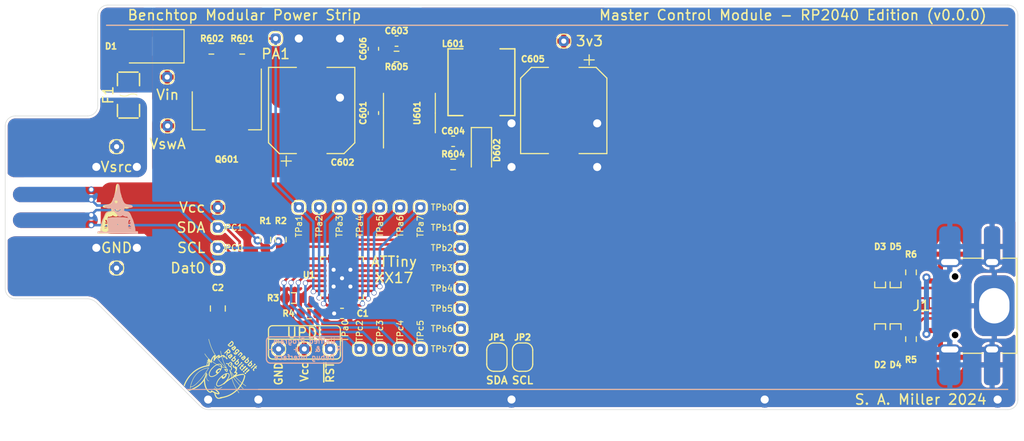
<source format=kicad_pcb>
(kicad_pcb (version 20211014) (generator pcbnew)
  (title_block (title "Benchtop Modular Power Strip") (date "2024") (rev "0.0.0") (company "S. A. Miller") (comment 1 "Master Control Module") (comment 2 "RP2040 Edition"))
  (layers (0 "F.Cu" signal) (31 "B.Cu" signal) (34 "B.Paste" user) (35 "F.Paste" user) (36 "B.SilkS" user "B.Silkscreen") (37 "F.SilkS" user "F.Silkscreen") (38 "B.Mask" user) (39 "F.Mask" user) (44 "Edge.Cuts" user))
  (net 0 "")
  (net 1 "I2C-Vcc")
  (net 2 "GND")
  (net 3 "~{RESET}")
  (net 4 "Dat0")
  (net 5 "SDA")
  (net 6 "SCL")
  (net 7 "PA4")
  (net 8 "PA5")
  (net 9 "PA6")
  (net 10 "PA7")
  (net 11 "PB2")
  (net 12 "PB3")
  (net 13 "PA1")
  (net 14 "PA2")
  (net 15 "PA3")
  (net 16 "PB0")
  (net 17 "PB1")
  (net 18 "PB4")
  (net 19 "PB5")
  (net 20 "PB6")
  (net 21 "PB7")
  (net 22 "PC2")
  (net 23 "PC3")
  (net 24 "PC4")
  (net 25 "PC5")
  (net 26 "Vsrc")
  (net 27 "Vin")
  (net 28 "/ATTinyXX17 Sheet/PA0")
  (net 31 "UD-")
  (net 32 "UD+")
  (net 33 "CC1")
  (net 34 "CC2")
  (net 35 "Vbus")
  (net 38 "/Incoming Power/Vprot")
  (net 39 "/3v3 supply/BOOT")
  (net 40 "/3v3 supply/LX")
  (net 41 "VswA")
  (net 42 "/3v3 supply/COMP")
  (net 43 "/3v3 supply/SS")
  (net 44 "3v3")
  (net 45 "Net-(C606-Pad1)")
  (net 46 "Net-(Q601-Pad1)")
  (net 47 "/3v3 supply/ROSC")
  (footprint "Resistor_SMD:R_0603_1608Metric" (layer "F.Cu") (at 139.446 113.03 -90)
    (fp_text reference "R5")
    (fp_text value "5k1")
  )
  (footprint "Capacitor_SMD:C_0805_2012Metric" (layer "F.Cu") (at 71 110 -90)
    (fp_text reference "C2")
    (fp_text value "4.7uF")
  )
  (footprint "Package_SO:SOIC-8_3.9x4.9mm_P1.27mm" (layer "F.Cu") (at 89.916 90.678 90)
    (fp_text reference "U601")
    (fp_text value "TPS5403")
  )
  (footprint "Resistor_SMD:R_0603_1608Metric" (layer "F.Cu") (at 78.486 108.966)
    (fp_text reference "R3")
    (fp_text value "10k")
  )
  (footprint "tinker:TestPoint_THTPad_D1.0mm_Drill0.5mm" (layer "F.Cu") (at 71 106)
    (fp_text reference "TP3" hide)
    (fp_text value "Dat0" hide)
  )
  (footprint "tinker:TestPoint_THTPad_D1.0mm_Drill0.5mm" (layer "F.Cu") (at 61 94)
    (fp_text reference "TP1" hide)
    (fp_text value "Vsrc" hide)
  )
  (footprint "tinker:TestPoint_THTPad_D1.0mm_Drill0.5mm" (layer "F.Cu") (at 89 114 90)
    (fp_text reference "TPc4")
    (fp_text value "CtrlC" hide)
  )
  (footprint "Capacitor_SMD:C_0603_1608Metric" (layer "F.Cu") (at 83.26 110.49 180)
    (fp_text reference "C1")
    (fp_text value "100nF")
  )
  (footprint "tinker:TestPoint_THTPad_D1.0mm_Drill0.5mm" (layer "F.Cu") (at 95 108)
    (fp_text reference "TPb4")
    (fp_text value "CtrlB" hide)
  )
  (footprint "tinker:F1206" (layer "F.Cu") (at 62.176 88.9 90)
    (fp_text reference "F1")
    (fp_text value "Polyfuse" hide)
  )
  (footprint "tinker:TestPoint_THTPad_D1.0mm_Drill0.5mm" (layer "F.Cu") (at 76.708 83.312)
    (fp_text reference "TPa601" hide)
    (fp_text value "CtrlA" hide)
  )
  (footprint "Diode_SMD:D_SOD-123" (layer "F.Cu") (at 97.028 94.361 -90)
    (fp_text reference "D602")
    (fp_text value "DSK24")
  )
  (footprint "Resistor_SMD:R_0603_1608Metric" (layer "F.Cu") (at 75.692 103.187 -90)
    (fp_text reference "R1")
    (fp_text value "10k")
  )
  (footprint "tinker:TestPoint_THTPad_D1.0mm_Drill0.5mm" (layer "F.Cu") (at 81 100 90)
    (fp_text reference "TPa2")
    (fp_text value "CtrlA" hide)
  )
  (footprint "tinker:TestPoint_THTPad_D1.0mm_Drill0.5mm" (layer "F.Cu") (at 91 114 90)
    (fp_text reference "TPc5")
    (fp_text value "CtrlC" hide)
  )
  (footprint "tinker:IND-SMD_L7.1-W6.6" (layer "F.Cu") (at 97.028 87.63 90)
    (fp_text reference "L601")
    (fp_text value "L_Ferrite")
  )
  (footprint "Resistor_SMD:R_0603_1608Metric" (layer "F.Cu") (at 80.01 110.49)
    (fp_text reference "R4")
    (fp_text value "330R")
  )
  (footprint "Capacitor_SMD:C_0603_1608Metric" (layer "F.Cu") (at 94.234 93.472)
    (fp_text reference "C604")
    (fp_text value "10nF")
  )
  (footprint "tinker:TestPoint_THTPad_D1.0mm_Drill0.5mm" (layer "F.Cu") (at 85 100 90)
    (fp_text reference "TPa4")
    (fp_text value "CtrlA" hide)
  )
  (footprint "tinker:TestPoint_THTPad_D1.0mm_Drill0.5mm" (layer "F.Cu") (at 77 114 90)
    (fp_text reference "TP9" hide)
    (fp_text value "GND" hide)
  )
  (footprint "Capacitor_SMD:C_0603_1608Metric" (layer "F.Cu") (at 86.36 84.328 90)
    (fp_text reference "C606")
    (fp_text value "2.2nF")
  )
  (footprint "tinker:TestPoint_THTPad_D1.0mm_Drill0.5mm" (layer "F.Cu") (at 95 102)
    (fp_text reference "TPb1")
    (fp_text value "CtrlB" hide)
  )
  (footprint "tinker:TestPoint_THTPad_D1.0mm_Drill0.5mm" (layer "F.Cu") (at 85 114 90)
    (fp_text reference "TPc2")
    (fp_text value "CtrlC" hide)
  )
  (footprint "tinker:TestPoint_THTPad_D1.0mm_Drill0.5mm" (layer "F.Cu") (at 91 100 90)
    (fp_text reference "TPa7")
    (fp_text value "CtrlA" hide)
  )
  (footprint "Package_DFN_QFN:QFN-24-1EP_4x4mm_P0.5mm_EP2.6x2.6mm" (layer "F.Cu") (at 83.26 107.01 90)
    (fp_text reference "U1")
    (fp_text value "ATtiny1617")
  )
  (footprint "tinker:NerdMage" (layer "F.Cu") (at 61.11668 100.076)
    (fp_text reference "G***" hide)
    (fp_text value "LOGO" hide)
  )
  (footprint "tinker:TestPoint_THTPad_D1.0mm_Drill0.5mm" (layer "F.Cu") (at 66 87.122)
    (fp_text reference "TP2" hide)
    (fp_text value "Vin" hide)
  )
  (footprint "Jumper:SolderJumper-2_P1.3mm_Open_RoundedPad1.0x1.5mm" (layer "F.Cu") (at 101.092 114.808 90)
    (fp_text reference "JP2")
    (fp_text value "SolderJumper_2_Open")
  )
  (footprint "tinker:TestPoint_THTPad_D1.0mm_Drill0.5mm" (layer "F.Cu") (at 95 110)
    (fp_text reference "TPb5")
    (fp_text value "CtrlB" hide)
  )
  (footprint "Capacitor_SMD:CP_Elec_8x10" (layer "F.Cu") (at 105.156 90.424 -90)
    (fp_text reference "C605")
    (fp_text value "330uF")
  )
  (footprint "tinker:TestPoint_THTPad_D1.0mm_Drill0.5mm" (layer "F.Cu") (at 61 106)
    (fp_text reference "TP7" hide)
    (fp_text value "GND" hide)
  )
  (footprint "tinker:DagNabbit" (layer "F.Cu") (at 71.04 116.6 135)
    (fp_text reference "REF**" hide)
    (fp_text value "DagNabbit" hide)
  )
  (footprint "Capacitor_SMD:C_0603_1608Metric" (layer "F.Cu") (at 88.646 83.566 180)
    (fp_text reference "C603")
    (fp_text value "100pF")
  )
  (footprint "Resistor_SMD:R_0603_1608Metric" (layer "F.Cu") (at 94.234 95.758)
    (fp_text reference "R604")
    (fp_text value "100K")
  )
  (footprint "tinker:TestPoint_THTPad_D1.0mm_Drill0.5mm" (layer "F.Cu") (at 82.08 114 90)
    (fp_text reference "TPa0")
    (fp_text value "~{RESET}" hide)
  )
  (footprint "tinker:TestPoint_THTPad_D1.0mm_Drill0.5mm" (layer "F.Cu") (at 89 100 90)
    (fp_text reference "TPa6")
    (fp_text value "CtrlA" hide)
  )
  (footprint "tinker:TestPoint_THTPad_D1.0mm_Drill0.5mm" (layer "F.Cu") (at 79 100 90)
    (fp_text reference "TPa1")
    (fp_text value "CtrlA" hide)
  )
  (footprint "Resistor_SMD:R_0603_1608Metric" (layer "F.Cu") (at 73.406 84.328 180)
    (fp_text reference "R601")
    (fp_text value "100")
  )
  (footprint "tinker:PGB1010603NRHF" (layer "F.Cu") (at 137.922 113.284 -90)
    (fp_text reference "D4")
    (fp_text value "PGB1010603NR" hide)
  )
  (footprint "tinker:TestPoint_THTPad_D1.0mm_Drill0.5mm" (layer "F.Cu") (at 95 104)
    (fp_text reference "TPb2")
    (fp_text value "CtrlB" hide)
  )
  (footprint "tinker:TestPoint_THTPad_D1.0mm_Drill0.5mm" (layer "F.Cu") (at 66.04 91.948)
    (fp_text reference "TP601" hide)
    (fp_text value "VswA" hide)
  )
  (footprint "tinker:TestPoint_THTPad_D1.0mm_Drill0.5mm" (layer "F.Cu") (at 71 104)
    (fp_text reference "TP6" hide)
    (fp_text value "Dat3" hide)
  )
  (footprint "tinker:TestPoint_THTPad_D1.0mm_Drill0.5mm" (layer "F.Cu") (at 79.54 114 90)
    (fp_text reference "TP8" hide)
    (fp_text value "I2C-Vcc" hide)
  )
  (footprint "Capacitor_SMD:CP_Elec_8x10" (layer "F.Cu") (at 80.264 90.424 90)
    (fp_text reference "C602")
    (fp_text value "330uF")
  )
  (footprint "Resistor_SMD:R_0603_1608Metric" (layer "F.Cu") (at 77.216 103.187 -90)
    (fp_text reference "R2")
    (fp_text value "10k")
  )
  (footprint "tinker:PGB1010603NRHF" (layer "F.Cu") (at 137.922 106.172 90)
    (fp_text reference "D5")
    (fp_text value "PGB1010603NR" hide)
  )
  (footprint "Package_TO_SOT_SMD:SOT-223-3_TabPin2" (layer "F.Cu") (at 71.882 90.424 -90)
    (fp_text reference "Q601")
    (fp_text value "ZXMP4A16G")
  )
  (footprint "tinker:TestPoint_THTPad_D1.0mm_Drill0.5mm" (layer "F.Cu") (at 87 100 90)
    (fp_text reference "TPa5")
    (fp_text value "CtrlA" hide)
  )
  (footprint "Capacitor_SMD:C_0603_1608Metric" (layer "F.Cu") (at 86.36 90.678 90)
    (fp_text reference "C601")
    (fp_text value "0.1uF")
  )
  (footprint "tinker:TestPoint_THTPad_D1.0mm_Drill0.5mm" (layer "F.Cu") (at 95 114)
    (fp_text reference "TPb7")
    (fp_text value "CtrlB" hide)
  )
  (footprint "tinker:TestPoint_THTPad_D1.0mm_Drill0.5mm" (layer "F.Cu") (at 95 100)
    (fp_text reference "TPb0")
    (fp_text value "CtrlB" hide)
  )
  (footprint "Diode_SMD:D_SMA" (layer "F.Cu") (at 64.262 84.074 180)
    (fp_text reference "D1")
    (fp_text value "D_Schottky")
  )
  (footprint "tinker:PGB1010603NRHF" (layer "F.Cu") (at 136.398 113.284 -90)
    (fp_text reference "D2")
    (fp_text value "PGB1010603NR" hide)
  )
  (footprint "tinker:TestPoint_THTPad_D1.0mm_Drill0.5mm" (layer "F.Cu") (at 95 106)
    (fp_text reference "TPb3")
    (fp_text value "CtrlB" hide)
  )
  (footprint "tinker:TestPoint_THTPad_D1.0mm_Drill0.5mm" (layer "F.Cu") (at 105.156 83.566)
    (fp_text reference "TP602" hide)
    (fp_text value "3v3" hide)
  )
  (footprint "tinker:TestPoint_THTPad_D1.0mm_Drill0.5mm" (layer "F.Cu") (at 87 114 90)
    (fp_text reference "TPc3")
    (fp_text value "CtrlC" hide)
  )
  (footprint "Jumper:SolderJumper-2_P1.3mm_Open_RoundedPad1.0x1.5mm" (layer "F.Cu") (at 98.552 114.808 90)
    (fp_text reference "JP1")
    (fp_text value "SolderJumper_2_Open")
  )
  (footprint "Resistor_SMD:R_0603_1608Metric" (layer "F.Cu") (at 139.446 106.426 90)
    (fp_text reference "R6")
    (fp_text value "5k1")
  )
  (footprint "tinker:TestPoint_THTPad_D1.0mm_Drill0.5mm" (layer "F.Cu") (at 83 100 90)
    (fp_text reference "TPa3")
    (fp_text value "CtrlA" hide)
  )
  (footprint "tinker:USB_C_Receptacle_HRO_TYPE-C-31-M-12" (layer "F.Cu") (at 146.4 109.728 90)
    (fp_text reference "J1")
    (fp_text value "USB_C_Receptacle" hide)
  )
  (footprint "tinker:PGB1010603NRHF" (layer "F.Cu") (at 136.398 106.172 90)
    (fp_text reference "D3")
    (fp_text value "PGB1010603NR" hide)
  )
  (footprint "Resistor_SMD:R_0603_1608Metric" (layer "F.Cu") (at 70.358001 84.328)
    (fp_text reference "R602")
    (fp_text value "10k")
  )
  (footprint "Resistor_SMD:R_0603_1608Metric" (layer "F.Cu") (at 88.646 85.09 180)
    (fp_text reference "R605")
    (fp_text value "47K")
  )
  (footprint "tinker:TestPoint_THTPad_D1.0mm_Drill0.5mm" (layer "F.Cu") (at 71 100)
    (fp_text reference "TP4" hide)
    (fp_text value "Dat1" hide)
  )
  (footprint "tinker:TestPoint_THTPad_D1.0mm_Drill0.5mm" (layer "F.Cu") (at 71 102)
    (fp_text reference "TP5" hide)
    (fp_text value "Dat2" hide)
  )
  (footprint "tinker:TestPoint_THTPad_D1.0mm_Drill0.5mm" (layer "F.Cu") (at 95 112)
    (fp_text reference "TPb6")
    (fp_text value "CtrlB" hide)
  )
  (footprint "tinker:NerdMage" (layer "B.Cu") (at 61.11668 100.076 180)
    (fp_text reference "G***" hide)
    (fp_text value "LOGO" hide)
  )
  (gr_arc (start 75.8 113.2) (mid 75.917157 112.917157) (end 76.2 112.8) (layer "B.SilkS") (width 0.12))
  (gr_line (start 68 118) (end 149 118) (layer "B.SilkS") (width 0.1))
  (gr_arc (start 83.3 115) (mid 83.182843 115.282843) (end 82.9 115.4) (layer "B.SilkS") (width 0.12))
  (gr_line (start 76.2 115.4) (end 82.9 115.4) (layer "B.SilkS") (width 0.12))
  (gr_line (start 83.3 113.2) (end 83.3 115) (layer "B.SilkS") (width 0.12))
  (gr_line (start 60 82) (end 149 82) (layer "B.SilkS") (width 0.1))
  (gr_arc (start 76.2 115.4) (mid 75.917157 115.282843) (end 75.8 115) (layer "B.SilkS") (width 0.12))
  (gr_arc (start 82.9 112.8) (mid 83.182843 112.917157) (end 83.3 113.2) (layer "B.SilkS") (width 0.12))
  (gr_line (start 82.9 112.8) (end 76.2 112.8) (layer "B.SilkS") (width 0.12))
  (gr_line (start 75.8 113.2) (end 75.8 115) (layer "B.SilkS") (width 0.12))
  (gr_line (start 76 112.1) (end 76 113.03) (layer "F.SilkS") (width 0.12))
  (gr_line (start 82.7 111.7) (end 76.4 111.7) (layer "F.SilkS") (width 0.12))
  (gr_line (start 76.4 115) (end 82.7 115) (layer "F.SilkS") (width 0.12))
  (gr_line (start 76 113.03) (end 76 114.6) (layer "F.SilkS") (width 0.12))
  (gr_line (start 60 82) (end 149 82) (layer "F.SilkS") (width 0.1))
  (gr_arc (start 82.7 111.7) (mid 82.982843 111.817157) (end 83.1 112.1) (layer "F.SilkS") (width 0.12))
  (gr_line (start 75 118) (end 149 118) (layer "F.SilkS") (width 0.1))
  (gr_line (start 83.1 114.6) (end 83.1 113.03) (layer "F.SilkS") (width 0.12))
  (gr_arc (start 76 112.1) (mid 76.117157 111.817157) (end 76.4 111.7) (layer "F.SilkS") (width 0.12))
  (gr_arc (start 76.4 115) (mid 76.117157 114.882843) (end 76 114.6) (layer "F.SilkS") (width 0.12))
  (gr_arc (start 83.1 114.6) (mid 82.982843 114.882843) (end 82.7 115) (layer "F.SilkS") (width 0.12))
  (gr_line (start 83.1 113.03) (end 76 113.03) (layer "F.SilkS") (width 0.12))
  (gr_line (start 83.1 113.03) (end 83.1 112.1) (layer "F.SilkS") (width 0.12))
  (gr_line (start 59.144 109.548) (end 69.144 119.548) (layer "Edge.Cuts") (width 0.05))
  (gr_arc (start 149 80) (mid 149.707107 80.292893) (end 150 81) (layer "Edge.Cuts") (width 0.05))
  (gr_arc (start 50 91.96) (mid 50.292893 91.252893) (end 51 90.96) (layer "Edge.Cuts") (width 0.05))
  (gr_line (start 50 108.04) (end 50 91.96) (layer "Edge.Cuts") (width 0.05))
  (gr_line (start 60.144 80) (end 149 80) (layer "Edge.Cuts") (width 0.05))
  (gr_arc (start 58.144 109.04) (mid 58.694524 109.194544) (end 59.144 109.548) (layer "Edge.Cuts") (width 0.05))
  (gr_line (start 59.144 81) (end 59.144 89.96) (layer "Edge.Cuts") (width 0.05))
  (gr_arc (start 59.144 81) (mid 59.436893 80.292893) (end 60.144 80) (layer "Edge.Cuts") (width 0.05))
  (gr_arc (start 150 119) (mid 149.707107 119.707107) (end 149 120) (layer "Edge.Cuts") (width 0.05))
  (gr_arc (start 70.144 120) (mid 69.594859 119.882718) (end 69.144 119.548) (layer "Edge.Cuts") (width 0.05))
  (gr_line (start 150 119) (end 150 81) (layer "Edge.Cuts") (width 0.05))
  (gr_line (start 51 90.96) (end 58.144 90.96) (layer "Edge.Cuts") (width 0.05))
  (gr_arc (start 51 109.04) (mid 50.292893 108.747107) (end 50 108.04) (layer "Edge.Cuts") (width 0.05))
  (gr_arc (start 59.144 89.96) (mid 58.851107 90.667107) (end 58.144 90.96) (layer "Edge.Cuts") (width 0.05))
  (gr_line (start 58.144 109.04) (end 51 109.04) (layer "Edge.Cuts") (width 0.05))
  (gr_line (start 149 120) (end 70.144 120) (layer "Edge.Cuts") (width 0.05))
  (gr_text "  Unified Program  \n R    &    +     - \n  Debug Interface  " (at 79.54 114.025) (layer "B.SilkS") (effects (font (size 0.5 0.5) (thickness 0.1)) (justify mirror)))
  (gr_text "${TITLE}" (at 62 81) (layer "F.SilkS") (effects (font (size 1 1)) (justify left)))
  (gr_text "${COMMENT1} - ${COMMENT2} (v${REVISION})" (at 147 81) (layer "F.SilkS") (effects (font (size 1 1)) (justify right)))
  (gr_text "GND" (at 77 115.2 90) (layer "F.SilkS") (effects (font (size 0.75 0.75)) (justify right)))
  (gr_text "Vin" (at 66.04 88.868) (layer "F.SilkS") (effects (font (size 1 1))))
  (gr_text "SCL" (at 69.85 104) (layer "F.SilkS") (effects (font (size 1 1)) (justify right)))
  (gr_text "~{RST}" (at 82.08 115.2 90) (layer "F.SilkS") (effects (font (size 0.75 0.75)) (justify right)))
  (gr_text "Vcc" (at 69.85 100) (layer "F.SilkS") (effects (font (size 1 1)) (justify right)))
  (gr_text "PC1" (at 71.65 102) (layer "F.SilkS") (effects (font (size 0.6 0.6) (thickness 0.1)) (justify left)))
  (gr_text "VswA" (at 66.04 93.726) (layer "F.SilkS") (effects (font (size 1 1))))
  (gr_text "SDA" (at 69.85 102) (layer "F.SilkS") (effects (font (size 1 1)) (justify right)))
  (gr_text "Vsrc" (at 61 96) (layer "F.SilkS") (effects (font (size 1 1))))
  (gr_text "UPDI" (at 79.54 112.4) (layer "F.SilkS") (effects (font (size 1 1))))
  (gr_text "Vcc" (at 79.54 115.2 90) (layer "F.SilkS") (effects (font (size 0.75 0.75)) (justify right)))
  (gr_text "SDA" (at 98.552 117.094) (layer "F.SilkS") (effects (font (size 0.75 0.75))))
  (gr_text "SCL" (at 101.092 117.094) (layer "F.SilkS") (effects (font (size 0.75 0.75))))
  (gr_text "3v3" (at 107.696 83.566) (layer "F.SilkS") (effects (font (size 1 1))))
  (gr_text "Dat0" (at 69.85 106) (layer "F.SilkS") (effects (font (size 1 1)) (justify right)))
  (gr_text "PA1" (at 76.708 84.836) (layer "F.SilkS") (effects (font (size 1 1))))
  (gr_text "ATTiny\nXX17" (at 88.392 106.172) (layer "F.SilkS") (effects (font (size 1 1))))
  (gr_text "${COMPANY} ${ISSUE_DATE}" (at 147 119) (layer "F.SilkS") (effects (font (size 1 1)) (justify right)))
  (gr_text "GND" (at 61 104) (layer "F.SilkS") (effects (font (size 1 1))))
  (gr_text "PC0" (at 71.65 104) (layer "F.SilkS") (effects (font (size 0.6 0.6) (thickness 0.1)) (justify left)))
  (segment (start 83.51 108.9475) (end 83.51 109.965) (width 0.25) (layer "F.Cu") (net 1))
  (segment (start 83.51 109.965) (end 84.035 110.49) (width 0.25) (layer "F.Cu") (net 1))
  (via (at 58.5 98.24) (size 0.6) (drill 0.4) (layers "F.Cu" "B.Cu") (net 1))
  (segment (start 142.355 106.478) (end 142.355 105.55783) (width 0.5) (layer "F.Cu") (net 2))
  (segment (start 142.355 105.55783) (end 143.281795 104.631035) (width 0.5) (layer "F.Cu") (net 2))
  (segment (start 82.485 110.49) (end 83.01 109.965) (width 0.25) (layer "F.Cu") (net 2))
  (segment (start 142.355 113.89817) (end 143.281795 114.824965) (width 0.5) (layer "F.Cu") (net 2))
  (segment (start 142.355 112.978) (end 142.355 113.89817) (width 0.5) (layer "F.Cu") (net 2))
  (segment (start 83.01 109.965) (end 83.01 108.9475) (width 0.25) (layer "F.Cu") (net 2))
  (via (at 108.458 96.012) (size 1.6) (drill 0.8) (layers "F.Cu" "B.Cu") (net 2))
  (via (at 70.04 119) (size 1.6) (drill 0.8) (layers "F.Cu" "B.Cu") (net 2))
  (via (at 108.458 91.694) (size 1.6) (drill 0.8) (layers "F.Cu" "B.Cu") (net 2))
  (via (at 75 119) (size 1.6) (drill 0.8) (layers "F.Cu" "B.Cu") (net 2))
  (via (at 83.058 89.154) (size 1.6) (drill 0.8) (layers "F.Cu" "B.Cu") (net 2))
  (via (at 63 104) (size 1.6) (drill 0.8) (layers "F.Cu" "B.Cu") (net 2))
  (via (at 148 119) (size 1.6) (drill 0.8) (layers "F.Cu" "B.Cu") (net 2))
  (via (at 100 96.012) (size 1.6) (drill 0.8) (layers "F.Cu" "B.Cu") (net 2))
  (via (at 78.994 83.312) (size 1.6) (drill 0.8) (layers "F.Cu" "B.Cu") (net 2))
  (via (at 84.089 106.172) (size 0.8) (drill 0.4) (layers "F.Cu" "B.Cu") (net 2))
  (via (at 84.089 107.83) (size 0.8) (drill 0.4) (layers "F.Cu" "B.Cu") (net 2))
  (via (at 100 119) (size 1.6) (drill 0.8) (layers "F.Cu" "B.Cu") (net 2))
  (via (at 59 104) (size 1.6) (drill 0.8) (layers "F.Cu" "B.Cu") (net 2))
  (via (at 82.485 110.49) (size 0.8) (drill 0.4) (layers "F.Cu" "B.Cu") (net 2))
  (via (at 82.431 106.172) (size 0.8) (drill 0.4) (layers "F.Cu" "B.Cu") (net 2))
  (via (at 83.058 83.312) (size 1.6) (drill 0.8) (layers "F.Cu" "B.Cu") (net 2))
  (via (at 100 91.694) (size 1.6) (drill 0.8) (layers "F.Cu" "B.Cu") (net 2))
  (via (at 125 119) (size 1.6) (drill 0.8) (layers "F.Cu" "B.Cu") (net 2))
  (via (at 83.26 107.01) (size 0.8) (drill 0.4) (layers "F.Cu" "B.Cu") (net 2))
  (via (at 82.431 107.83) (size 0.8) (drill 0.4) (layers "F.Cu" "B.Cu") (net 2))
  (segment (start 80.835 110.49) (end 80.835 112.755) (width 0.25) (layer "F.Cu") (net 3))
  (segment (start 80.835 112.755) (end 82.08 114) (width 0.25) (layer "F.Cu") (net 3))
  (via (at 58.5 101.76) (size 0.6) (drill 0.4) (layers "F.Cu" "B.Cu") (net 4))
  (segment (start 66.76 101.76) (end 58.5 101.76) (width 0.25) (layer "B.Cu") (net 4))
  (segment (start 71 106) (end 66.76 101.76) (width 0.25) (layer "B.Cu") (net 4))
  (segment (start 98.552 115.458) (end 97.424 116.586) (width 0.25) (layer "F.Cu") (net 5))
  (segment (start 73.152 112.268) (end 73.152 103.378) (width 0.25) (layer "F.Cu") (net 5))
  (segment (start 71.774 102) (end 71 102) (width 0.25) (layer "F.Cu") (net 5))
  (segment (start 74.93 103.2755) (end 74.9555 103.2755) (width 0.25) (layer "F.Cu") (net 5))
  (segment (start 97.424 116.586) (end 77.47 116.586) (width 0.25) (layer "F.Cu") (net 5))
  (segment (start 75.692 104.012) (end 76.7525 105.0725) (width 0.25) (layer "F.Cu") (net 5))
  (segment (start 77.47 116.586) (end 73.152 112.268) (width 0.25) (layer "F.Cu") (net 5))
  (segment (start 74.9555 103.2755) (end 75.692 104.012) (width 0.25) (layer "F.Cu") (net 5))
  (segment (start 73.152 103.378) (end 71.774 102) (width 0.25) (layer "F.Cu") (net 5))
  (segment (start 76.7525 105.0725) (end 82.01 105.0725) (width 0.25) (layer "F.Cu") (net 5))
  (via (at 58.5 99.24) (size 0.6) (drill 0.4) (layers "F.Cu" "B.Cu") (net 5))
  (via (at 74.93 103.2755) (size 0.8) (drill 0.4) (layers "F.Cu" "B.Cu") (net 5))
  (segment (start 59.082 99.822) (end 63.5 99.822) (width 0.25) (layer "B.Cu") (net 5))
  (segment (start 73.6545 102) (end 71 102) (width 0.25) (layer "B.Cu") (net 5))
  (segment (start 71 102) (end 68.822 99.822) (width 0.25) (layer "B.Cu") (net 5))
  (segment (start 68.822 99.822) (end 63.5 99.822) (width 0.25) (layer "B.Cu") (net 5))
  (segment (start 74.93 103.2755) (end 73.6545 102) (width 0.25) (layer "B.Cu") (net 5))
  (segment (start 58.5 99.24) (end 59.082 99.822) (width 0.25) (layer "B.Cu") (net 5))
  (segment (start 101.092 115.458) (end 99.514 117.036) (width 0.25) (layer "F.Cu") (net 6))
  (segment (start 71.742 104) (end 71 104) (width 0.25) (layer "F.Cu") (net 6))
  (segment (start 77.4865 103.886) (end 82.296 103.886) (width 0.25) (layer "F.Cu") (net 6))
  (segment (start 76.962 103.3615) (end 77.4865 103.886) (width 0.25) (layer "F.Cu") (net 6))
  (segment (start 82.51 104.1) (end 82.51 105.0725) (width 0.25) (layer "F.Cu") (net 6))
  (segment (start 72.702 112.454396) (end 72.702 104.96) (width 0.25) (layer "F.Cu") (net 6))
  (segment (start 72.702 104.96) (end 71.742 104) (width 0.25) (layer "F.Cu") (net 6))
  (segment (start 77.283604 117.036) (end 72.702 112.454396) (width 0.25) (layer "F.Cu") (net 6))
  (segment (start 99.514 117.036) (end 77.283604 117.036) (width 0.25) (layer "F.Cu") (net 6))
  (segment (start 82.296 103.886) (end 82.51 104.1) (width 0.25) (layer "F.Cu") (net 6))
  (via (at 76.962 103.3615) (size 0.8) (drill 0.4) (layers "F.Cu" "B.Cu") (net 6))
  (via (at 58.5 100.76) (size 0.6) (drill 0.4) (layers "F.Cu" "B.Cu") (net 6))
  (segment (start 58.988 100.272) (end 58.5 100.76) (width 0.25) (layer "B.Cu") (net 6))
  (segment (start 76.962 103.3615) (end 76.3235 104) (width 0.25) (layer "B.Cu") (net 6))
  (segment (start 67.272 100.272) (end 58.988 100.272) (width 0.25) (layer "B.Cu") (net 6))
  (segment (start 71 104) (end 67.272 100.272) (width 0.25) (layer "B.Cu") (net 6))
  (segment (start 76.3235 104) (end 71 104) (width 0.25) (layer "B.Cu") (net 6))
  (segment (start 85.114 109.685) (end 84.286992 109.685) (width 0.25) (layer "F.Cu") (net 7))
  (segment (start 84.286992 109.685) (end 84.01 109.408008) (width 0.25) (layer "F.Cu") (net 7))
  (segment (start 84.01 109.408008) (end 84.01 108.9475) (width 0.25) (layer "F.Cu") (net 7))
  (segment (start 85.277 109.522) (end 85.114 109.685) (width 0.25) (layer "F.Cu") (net 7))
  (via (at 85.277 109.522) (size 0.5) (drill 0.4) (layers "F.Cu" "B.Cu") (net 7))
  (segment (start 85.277 100.277) (end 85 100) (width 0.25) (layer "B.Cu") (net 7))
  (segment (start 85.277 109.522) (end 85.277 100.277) (width 0.25) (layer "B.Cu") (net 7))
  (segment (start 85.7575 108.9475) (end 84.51 108.9475) (width 0.25) (layer "F.Cu") (net 8))
  (segment (start 85.852 109.042) (end 85.7575 108.9475) (width 0.25) (layer "F.Cu") (net 8))
  (via (at 85.852 109.042) (size 0.5) (drill 0.4) (layers "F.Cu" "B.Cu") (net 8))
  (segment (start 85.852 109.042) (end 85.852 101.148) (width 0.25) (layer "B.Cu") (net 8))
  (segment (start 85.852 101.148) (end 87 100) (width 0.25) (layer "B.Cu") (net 8))
  (segment (start 86.4265 108.458) (end 86.2285 108.26) (width 0.25) (layer "F.Cu") (net 9))
  (segment (start 86.2285 108.26) (end 85.1975 108.26) (width 0.25) (layer "F.Cu") (net 9))
  (via (at 86.4265 108.458) (size 0.5) (drill 0.4) (layers "F.Cu" "B.Cu") (net 9))
  (segment (start 86.4265 108.458) (end 86.4265 102.5735) (width 0.25) (layer "B.Cu") (net 9))
  (segment (start 86.4265 102.5735) (end 89 100) (width 0.25) (layer "B.Cu") (net 9))
  (segment (start 86.9265 107.76) (end 85.1975 107.76) (width 0.25) (layer "F.Cu") (net 10))
  (segment (start 87.001 107.8345) (end 86.9265 107.76) (width 0.25) (layer "F.Cu") (net 10))
  (via (at 87.001 107.8345) (size 0.5) (drill 0.4) (layers "F.Cu" "B.Cu") (net 10))
  (segment (start 87.001 103.999) (end 91 100) (width 0.25) (layer "B.Cu") (net 10))
  (segment (start 87.001 107.8345) (end 87.001 103.999) (width 0.25) (layer "B.Cu") (net 10))
  (segment (start 84.614 104.14) (end 84.582 104.108) (width 0.25) (layer "F.Cu") (net 11))
  (segment (start 84.582 104.108) (end 84.384 104.108) (width 0.25) (layer "F.Cu") (net 11))
  (segment (start 84.01 104.482) (end 84.01 105.0725) (width 0.25) (layer "F.Cu") (net 11))
  (segment (start 94.86 104.14) (end 84.614 104.14) (width 0.25) (layer "F.Cu") (net 11))
  (segment (start 84.384 104.108) (end 84.01 104.482) (width 0.25) (layer "F.Cu") (net 11))
  (segment (start 95 104) (end 94.86 104.14) (width 0.25) (layer "F.Cu") (net 11))
  (segment (start 95 106) (end 94.0725 105.0725) (width 0.25) (layer "F.Cu") (net 12))
  (segment (start 94.0725 105.0725) (end 84.51 105.0725) (width 0.25) (layer "F.Cu") (net 12))
  (segment (start 80.5 108.26) (end 81.3225 108.26) (width 0.25) (layer "F.Cu") (net 13))
  (segment (start 80.4255 108.3345) (end 80.5 108.26) (width 0.25) (layer "F.Cu") (net 13))
  (segment (start 76.708 83.312) (end 75.247 83.312) (width 0.25) (layer "F.Cu") (net 13))
  (segment (start 75.247 83.312) (end 74.231 84.328) (width 0.25) (layer "F.Cu") (net 13))
  (via (at 80.4255 108.3345) (size 0.5) (drill 0.4) (layers "F.Cu" "B.Cu") (net 13))
  (segment (start 76.708 83.312) (end 76.708 97.708) (width 0.25) (layer "B.Cu") (net 13))
  (segment (start 76.708 97.708) (end 79 100) (width 0.25) (layer "B.Cu") (net 13))
  (segment (start 80.4255 108.3345) (end 80.4255 101.4255) (width 0.25) (layer "B.Cu") (net 13))
  (segment (start 80.4255 101.4255) (end 79 100) (width 0.25) (layer "B.Cu") (net 13))
  (segment (start 80.998557 108.9475) (end 82.01 108.9475) (width 0.25) (layer "F.Cu") (net 14))
  (via (at 80.998557 108.9475) (size 0.5) (drill 0.4) (layers "F.Cu" "B.Cu") (net 14))
  (segment (start 80.998557 108.9475) (end 81 108.946057) (width 0.25) (layer "B.Cu") (net 14))
  (segment (start 81 108.946057) (end 81 100) (width 0.25) (layer "B.Cu") (net 14))
  (segment (start 81.786992 109.685) (end 82.233008 109.685) (width 0.25) (layer "F.Cu") (net 15))
  (segment (start 81.4355 109.522) (end 81.623992 109.522) (width 0.25) (layer "F.Cu") (net 15))
  (segment (start 81.623992 109.522) (end 81.786992 109.685) (width 0.25) (layer "F.Cu") (net 15))
  (segment (start 82.51 109.408008) (end 82.51 108.9475) (width 0.25) (layer "F.Cu") (net 15))
  (segment (start 82.233008 109.685) (end 82.51 109.408008) (width 0.25) (layer "F.Cu") (net 15))
  (via (at 81.4355 109.522) (size 0.5) (drill 0.4) (layers "F.Cu" "B.Cu") (net 15))
  (segment (start 81.573057 101.426943) (end 83 100) (width 0.25) (layer "B.Cu") (net 15))
  (segment (start 81.573057 109.384443) (end 81.573057 101.426943) (width 0.25) (layer "B.Cu") (net 15))
  (segment (start 81.4355 109.522) (end 81.573057 109.384443) (width 0.25) (layer "B.Cu") (net 15))
  (segment (start 83.01 104.209208) (end 83.01 105.0725) (width 0.25) (layer "F.Cu") (net 16))
  (segment (start 84.011208 103.208) (end 83.01 104.209208) (width 0.25) (layer "F.Cu") (net 16))
  (segment (start 95 100) (end 91.792 103.208) (width 0.25) (layer "F.Cu") (net 16))
  (segment (start 91.792 103.208) (end 84.011208 103.208) (width 0.25) (layer "F.Cu") (net 16))
  (segment (start 84.197604 103.658) (end 83.51 104.345604) (width 0.25) (layer "F.Cu") (net 17))
  (segment (start 93.342 103.658) (end 84.197604 103.658) (width 0.25) (layer "F.Cu") (net 17))
  (segment (start 95 102) (end 93.342 103.658) (width 0.25) (layer "F.Cu") (net 17))
  (segment (start 83.51 104.345604) (end 83.51 105.0725) (width 0.25) (layer "F.Cu") (net 17))
  (segment (start 92.76 105.76) (end 85.1975 105.76) (width 0.25) (layer "F.Cu") (net 18))
  (segment (start 95 108) (end 92.76 105.76) (width 0.25) (layer "F.Cu") (net 18))
  (segment (start 95 110) (end 91.26 106.26) (width 0.25) (layer "F.Cu") (net 19))
  (segment (start 91.26 106.26) (end 85.1975 106.26) (width 0.25) (layer "F.Cu") (net 19))
  (segment (start 95 112) (end 92.719 109.719) (width 0.25) (layer "F.Cu") (net 20))
  (segment (start 85.1975 106.76) (end 89.76 106.76) (width 0.25) (layer "F.Cu") (net 20))
  (segment (start 89.76 106.76) (end 92.719 109.719) (width 0.25) (layer "F.Cu") (net 20))
  (segment (start 88.26 107.26) (end 95 114) (width 0.25) (layer "F.Cu") (net 21))
  (segment (start 85.1975 107.26) (end 88.26 107.26) (width 0.25) (layer "F.Cu") (net 21))
  (segment (start 77.657 107.203827) (end 79.100827 105.76) (width 0.25) (layer "F.Cu") (net 22))
  (segment (start 77.657 107.330969) (end 77.657 107.203827) (width 0.25) (layer "F.Cu") (net 22))
  (segment (start 79.100827 105.76) (end 81.3225 105.76) (width 0.25) (layer "F.Cu") (net 22))
  (segment (start 77.532625 107.455344) (end 77.657 107.330969) (width 0.25) (layer "F.Cu") (net 22))
  (via (at 77.532625 107.455344) (size 0.5) (drill 0.4) (layers "F.Cu" "B.Cu") (net 22))
  (segment (start 83.776 112.776) (end 85 114) (width 0.25) (layer "B.Cu") (net 22))
  (segment (start 77.532625 109.536625) (end 80.772 112.776) (width 0.25) (layer "B.Cu") (net 22))
  (segment (start 80.772 112.776) (end 83.776 112.776) (width 0.25) (layer "B.Cu") (net 22))
  (segment (start 77.532625 107.455344) (end 77.532625 109.536625) (width 0.25) (layer "B.Cu") (net 22))
  (segment (start 79.316799 106.26) (end 81.3225 106.26) (width 0.25) (layer "F.Cu") (net 23))
  (segment (start 78.232 107.344799) (end 79.316799 106.26) (width 0.25) (layer "F.Cu") (net 23))
  (segment (start 78.232 107.442) (end 78.232 107.344799) (width 0.25) (layer "F.Cu") (net 23))
  (via (at 78.232 107.442) (size 0.5) (drill 0.4) (layers "F.Cu" "B.Cu") (net 23))
  (segment (start 78.232 109.595) (end 80.963 112.326) (width 0.25) (layer "B.Cu") (net 23))
  (segment (start 78.232 107.442) (end 78.232 109.595) (width 0.25) (layer "B.Cu") (net 23))
  (segment (start 85.326 112.326) (end 87 114) (width 0.25) (layer "B.Cu") (net 23))
  (segment (start 80.963 112.326) (end 85.326 112.326) (width 0.25) (layer "B.Cu") (net 23))
  (segment (start 79.073803 107.316169) (end 79.073803 107.247385) (width 0.25) (layer "F.Cu") (net 24))
  (segment (start 79.561188 106.76) (end 81.3225 106.76) (width 0.25) (layer "F.Cu") (net 24))
  (segment (start 78.950843 107.439129) (end 79.073803 107.316169) (width 0.25) (layer "F.Cu") (net 24))
  (segment (start 79.073803 107.247385) (end 79.561188 106.76) (width 0.25) (layer "F.Cu") (net 24))
  (via (at 78.950843 107.439129) (size 0.5) (drill 0.4) (layers "F.Cu" "B.Cu") (net 24))
  (segment (start 81.154 111.876) (end 86.876 111.876) (width 0.25) (layer "B.Cu") (net 24))
  (segment (start 86.876 111.876) (end 89 114) (width 0.25) (layer "B.Cu") (net 24))
  (segment (start 78.950843 109.672843) (end 81.154 111.876) (width 0.25) (layer "B.Cu") (net 24))
  (segment (start 78.950843 107.439129) (end 78.950843 109.672843) (width 0.25) (layer "B.Cu") (net 24))
  (segment (start 79.648803 107.485558) (end 79.874361 107.26) (width 0.25) (layer "F.Cu") (net 25))
  (segment (start 79.874361 107.26) (end 81.3225 107.26) (width 0.25) (layer "F.Cu") (net 25))
  (via (at 79.648803 107.485558) (size 0.5) (drill 0.4) (layers "F.Cu" "B.Cu") (net 25))
  (segment (start 88.426 111.426) (end 91 114) (width 0.25) (layer "B.Cu") (net 25))
  (segment (start 79.648803 109.620803) (end 81.454 111.426) (width 0.25) (layer "B.Cu") (net 25))
  (segment (start 79.648803 107.485558) (end 79.648803 109.620803) (width 0.25) (layer "B.Cu") (net 25))
  (segment (start 81.454 111.426) (end 88.426 111.426) (width 0.25) (layer "B.Cu") (net 25))
  (via (at 63 96) (size 1.6) (drill 0.8) (layers "F.Cu" "B.Cu") (net 26))
  (via (at 59 96) (size 1.6) (drill 0.8) (layers "F.Cu" "B.Cu") (net 26))
  (segment (start 81.3225 107.76) (end 80.186827 107.76) (width 0.25) (layer "F.Cu") (net 28))
  (segment (start 79.185 109.092) (end 79.311 108.966) (width 0.25) (layer "F.Cu") (net 28))
  (segment (start 79.185 110.49) (end 79.185 109.092) (width 0.25) (layer "F.Cu") (net 28))
  (segment (start 79.311 108.635827) (end 79.311 108.966) (width 0.25) (layer "F.Cu") (net 28))
  (segment (start 80.186827 107.76) (end 79.311 108.635827) (width 0.25) (layer "F.Cu") (net 28))
  (segment (start 142.513 109.478) (end 143.506 109.478) (width 0.2) (layer "F.Cu") (net 31))
  (segment (start 143.522 110.478) (end 138.144 110.478) (width 0.2) (layer "F.Cu") (net 31))
  (segment (start 143.506 109.478) (end 143.764 109.736) (width 0.2) (layer "F.Cu") (net 31))
  (segment (start 138.144 110.478) (end 136.398 112.224) (width 0.2) (layer "F.Cu") (net 31))
  (segment (start 143.764 110.236) (end 143.522 110.478) (width 0.2) (layer "F.Cu") (net 31))
  (segment (start 143.764 109.736) (end 143.764 110.236) (width 0.2) (layer "F.Cu") (net 31))
  (segment (start 142.355 108.978) (end 140.982 108.978) (width 0.2) (layer "F.Cu") (net 32))
  (segment (start 141.212 109.97) (end 141.212 108.978) (width 0.2) (layer "F.Cu") (net 32))
  (segment (start 141.228 109.978) (end 141.224 109.982) (width 0.2) (layer "F.Cu") (net 32))
  (segment (start 141.212 108.978) (end 140.982 108.978) (width 0.2) (layer "F.Cu") (net 32))
  (segment (start 140.982 108.978) (end 138.144 108.978) (width 0.2) (layer "F.Cu") (net 32))
  (segment (start 141.224 109.982) (end 141.212 109.97) (width 0.2) (layer "F.Cu") (net 32))
  (segment (start 142.355 109.978) (end 141.228 109.978) (width 0.2) (layer "F.Cu") (net 32))
  (segment (start 138.144 108.978) (end 136.398 107.232) (width 0.2) (layer "F.Cu") (net 32))
  (segment (start 137.941 112.205) (end 137.922 112.224) (width 0.25) (layer "F.Cu") (net 33))
  (segment (start 139.446 112.205) (end 140.673 110.978) (width 0.25) (layer "F.Cu") (net 33))
  (segment (start 139.446 112.205) (end 137.941 112.205) (width 0.25) (layer "F.Cu") (net 33))
  (segment (start 140.673 110.978) (end 142.355 110.978) (width 0.25) (layer "F.Cu") (net 33))
  (segment (start 139.446 107.251) (end 140.173 107.978) (width 0.25) (layer "F.Cu") (net 34))
  (segment (start 140.173 107.978) (end 142.355 107.978) (width 0.25) (layer "F.Cu") (net 34))
  (segment (start 139.446 107.251) (end 139.427 107.232) (width 0.25) (layer "F.Cu") (net 34))
  (segment (start 139.427 107.232) (end 137.922 107.232) (width 0.25) (layer "F.Cu") (net 34))
  (segment (start 141.314 107.278) (end 142.355 107.278) (width 0.5) (layer "F.Cu") (net 35))
  (segment (start 141.314 112.178) (end 142.355 112.178) (width 0.5) (layer "F.Cu") (net 35))
  (segment (start 140.97 112.522) (end 141.314 112.178) (width 0.5) (layer "F.Cu") (net 35))
  (segment (start 140.97 106.934) (end 141.314 107.278) (width 0.5) (layer "F.Cu") (net 35))
  (via (at 140.97 112.522) (size 0.8) (drill 0.4) (layers "F.Cu" "B.Cu") (net 35))
  (via (at 140.97 106.934) (size 0.8) (drill 0.4) (layers "F.Cu" "B.Cu") (net 35))
  (segment (start 140.97 106.934) (end 140.97 112.522) (width 0.5) (layer "B.Cu") (net 35))
  (segment (start 86.36 91.453) (end 88.011 93.104) (width 0.25) (layer "F.Cu") (net 39))
  (segment (start 88.011 93.104) (end 88.011 93.153) (width 0.25) (layer "F.Cu") (net 39))
  (segment (start 97.028 92.711) (end 97.028 90.54) (width 0.25) (layer "F.Cu") (net 40))
  (segment (start 88.011 89.662) (end 88.9 90.551) (width 0.25) (layer "F.Cu") (net 40))
  (segment (start 88.011 88.252) (end 86.36 89.903) (width 0.25) (layer "F.Cu") (net 40))
  (segment (start 88.011 88.203) (end 88.011 89.662) (width 0.25) (layer "F.Cu") (net 40))
  (segment (start 88.011 88.203) (end 88.011 88.252) (width 0.25) (layer "F.Cu") (net 40))
  (segment (start 88.911 90.54) (end 97.028 90.54) (width 0.25) (layer "F.Cu") (net 40))
  (segment (start 88.9 90.551) (end 88.911 90.54) (width 0.25) (layer "F.Cu") (net 40))
  (segment (start 71.882 93.574) (end 71.882 87.274) (width 0.5) (layer "F.Cu") (net 41))
  (segment (start 90.551 88.203) (end 90.551 86.17) (width 0.25) (layer "F.Cu") (net 42))
  (segment (start 90.551 86.17) (end 89.471 85.09) (width 0.25) (layer "F.Cu") (net 42))
  (segment (start 89.421 83.566) (end 89.421 85.04) (width 0.25) (layer "F.Cu") (net 42))
  (segment (start 89.421 85.04) (end 89.471 85.09) (width 0.25) (layer "F.Cu") (net 42))
  (segment (start 93.459 93.472) (end 92.14 93.472) (width 0.25) (layer "F.Cu") (net 43))
  (segment (start 92.14 93.472) (end 91.821 93.153) (width 0.25) (layer "F.Cu") (net 43))
  (segment (start 87.808 85.103) (end 87.821 85.09) (width 0.25) (layer "F.Cu") (net 45))
  (segment (start 86.36 85.103) (end 87.808 85.103) (width 0.25) (layer "F.Cu") (net 45))
  (segment (start 72.581 84.328) (end 74.182 85.929) (width 0.25) (layer "F.Cu") (net 46))
  (segment (start 71.183001 84.328) (end 72.581 84.328) (width 0.25) (layer "F.Cu") (net 46))
  (segment (start 74.182 85.929) (end 74.182 87.274) (width 0.25) (layer "F.Cu") (net 46))
  (segment (start 93.409 95.758) (end 92.71 95.758) (width 0.25) (layer "F.Cu") (net 47))
  (segment (start 92.71 95.758) (end 90.551 93.599) (width 0.25) (layer "F.Cu") (net 47))
  (segment (start 90.551 93.599) (end 90.551 93.153) (width 0.25) (layer "F.Cu") (net 47))
  (zone (net 26) (net_name "Vsrc") (layer "F.Cu") (connect_pads (clearance 0.254)) (min_thickness 0.254) (fill yes (thermal_gap 0.254) (thermal_bridge_width 0.508) (smoothing fillet) (radius 1))
    (polygon (pts (xy 64.003288 97.013505) (xy 49.487288 97.034755) (xy 49.561944 89.236756) (xy 63.978582 89.236756)))
  )
  (zone (net 41) (net_name "VswA") (layer "F.Cu") (connect_pads (clearance 0.254)) (min_thickness 0.254) (fill yes (thermal_gap 0.254) (thermal_bridge_width 0.508) (smoothing fillet) (radius 1))
    (polygon (pts (xy 90.297 97.028) (xy 64.516 97.028) (xy 64.516 90.678) (xy 90.297 90.678)))
  )
  (zone (net 1) (net_name "I2C-Vcc") (layer "F.Cu") (connect_pads (clearance 0.254)) (min_thickness 0.254) (fill yes (thermal_gap 0.254) (thermal_bridge_width 0.508) (smoothing fillet) (radius 1))
    (polygon (pts (xy 59.652 99.492) (xy 50.762 99.492) (xy 50.762 97.968) (xy 59.652 97.968)))
  )
  (zone (net 1) (net_name "I2C-Vcc") (layer "F.Cu") (connect_pads (clearance 0.254)) (min_thickness 0.254) (fill yes (thermal_gap 0.254) (thermal_bridge_width 0.508) (smoothing fillet) (radius 1))
    (polygon (pts (xy 96.266 116.078) (xy 77.216 116.078) (xy 63.754 102.616) (xy 59.436 102.616) (xy 59.436 97.536) (xy 96.266 97.536)))
  )
  (zone (net 38) (net_name "/Incoming Power/Vprot") (layer "F.Cu") (connect_pads (clearance 0.254)) (min_thickness 0.254) (fill yes (thermal_gap 0.254) (thermal_bridge_width 0.508) (smoothing fillet) (radius 1))
    (polygon (pts (xy 64.008 88.646) (xy 49.53 88.646) (xy 49.53 79.502) (xy 64.008 79.502)))
  )
  (zone (net 2) (net_name "GND") (layer "F.Cu") (connect_pads (clearance 0.254)) (min_thickness 0.254) (fill yes (thermal_gap 0.254) (thermal_bridge_width 0.508) (smoothing fillet) (radius 1))
    (polygon (pts (xy 90.297 90.17) (xy 76.2 90.17) (xy 76.2 79.502) (xy 90.297 79.502)))
  )
  (zone (net 4) (net_name "Dat0") (layer "F.Cu") (connect_pads (clearance 0.254)) (min_thickness 0.254) (fill yes (thermal_gap 0.254) (thermal_bridge_width 0.508) (smoothing fillet) (radius 1))
    (polygon (pts (xy 59.144 102.032) (xy 50.762 102.032) (xy 50.762 100.508) (xy 59.144 100.508)))
  )
  (zone (net 44) (net_name "3v3") (layer "F.Cu") (connect_pads (clearance 0.254)) (min_thickness 0.254) (fill yes (thermal_gap 0.254) (thermal_bridge_width 0.508) (smoothing fillet) (radius 1))
    (polygon (pts (xy 109.474 90.17) (xy 90.805 90.17) (xy 90.805 79.502) (xy 109.474 79.502)))
  )
  (zone (net 2) (net_name "GND") (layer "F.Cu") (connect_pads (clearance 0.254)) (min_thickness 0.254) (fill yes (thermal_gap 0.254) (thermal_bridge_width 0.508) (smoothing fillet) (radius 1))
    (polygon (pts (xy 150.622 116.332) (xy 134.874 116.332) (xy 134.874 101.092) (xy 150.622 101.092)))
  )
  (zone (net 27) (net_name "Vin") (layer "F.Cu") (connect_pads (clearance 0.254)) (min_thickness 0.254) (fill yes (thermal_gap 0.254) (thermal_bridge_width 0.508) (smoothing fillet) (radius 1))
    (polygon (pts (xy 75.692 90.17) (xy 64.516 90.17) (xy 64.516 79.502) (xy 75.692 79.502)))
  )
  (zone (net 2) (net_name "GND") (layer "F.Cu") (connect_pads (clearance 0.254)) (min_thickness 0.254) (fill yes (thermal_gap 0.254) (thermal_bridge_width 0.508) (smoothing fillet) (radius 1))
    (polygon (pts (xy 109.474 97.028) (xy 90.932 97.028) (xy 90.932 90.678) (xy 109.474 90.678)))
  )
  (zone (net 2) (net_name "GND") (layer "F.Cu") (connect_pads (clearance 0.254)) (min_thickness 0.254) (fill yes (thermal_gap 0.254) (thermal_bridge_width 0.508) (smoothing fillet) (radius 1))
    (polygon (pts (xy 76.962 116.332) (xy 150.368 116.332) (xy 150.368 120.396) (xy 49.53 120.396) (xy 49.53 102.87) (xy 63.5 102.87)))
  )
  (zone (net 6) (net_name "SCL") (layer "B.Cu") (connect_pads (clearance 0.254)) (min_thickness 0.254) (fill yes (thermal_gap 0.254) (thermal_bridge_width 0.508) (smoothing fillet) (radius 1))
    (polygon (pts (xy 59.144 102.032) (xy 50.762 102.032) (xy 50.762 100.508) (xy 59.144 100.508)))
  )
  (zone (net 2) (net_name "GND") (layer "B.Cu") (connect_pads (clearance 0.254)) (min_thickness 0.254) (fill yes (thermal_gap 0.254) (thermal_bridge_width 0.508) (smoothing fillet) (radius 1))
    (polygon (pts (xy 150.622 120.396) (xy 49.53 120.396) (xy 49.53 102.87) (xy 64.516 102.87) (xy 64.516 79.502) (xy 150.622 79.502)))
  )
  (zone (net 5) (net_name "SDA") (layer "B.Cu") (connect_pads (clearance 0.254)) (min_thickness 0.254) (fill yes (thermal_gap 0.254) (thermal_bridge_width 0.508) (smoothing fillet) (radius 1))
    (polygon (pts (xy 59.144 99.492) (xy 50.762 99.492) (xy 50.762 97.968) (xy 59.144 97.968)))
  )
  (zone (net 2) (net_name "GND") (layer "B.Cu") (connect_pads (clearance 0.254)) (min_thickness 0.254) (fill yes (thermal_gap 0.254) (thermal_bridge_width 0.508) (smoothing fillet) (radius 1))
    (polygon (pts (xy 64.516 88.646) (xy 49.53 88.646) (xy 49.53 79.502) (xy 64.516 79.502)))
  )
  (zone (net 26) (net_name "Vsrc") (layer "B.Cu") (connect_pads (clearance 0.254)) (min_thickness 0.254) (fill yes (thermal_gap 0.254) (thermal_bridge_width 0.508) (smoothing fillet) (radius 1))
    (polygon (pts (xy 64.008 97.028) (xy 49.53 97.028) (xy 49.53 89.154) (xy 64.008 89.154)))
  )
)
</source>
